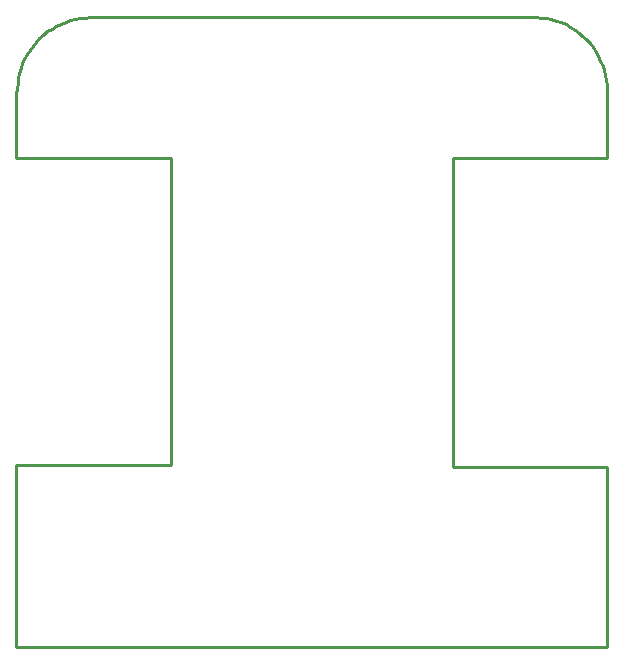
<source format=gko>
%FSTAX23Y23*%
%MOIN*%
%SFA1B1*%

%IPPOS*%
%ADD52C,0.010000*%
%LNhsmm-1*%
%LPD*%
G54D52*
X00984Y00739D02*
D01*
X00983Y00756*
X00981Y00773*
X00978Y00789*
X00974Y00806*
X00969Y00822*
X00962Y00838*
X00955Y00854*
X00946Y00868*
X00937Y00883*
X00926Y00896*
X00915Y00909*
X00902Y00921*
X00889Y00932*
X00876Y00942*
X00861Y00951*
X00846Y00959*
X0083Y00966*
X00814Y00972*
X00798Y00976*
X00781Y0098*
X00764Y00982*
X00747Y00983*
X00739Y00984*
X-00738Y00983D02*
D01*
X-00755Y00982*
X-00772Y0098*
X-00788Y00977*
X-00805Y00973*
X-00821Y00968*
X-00837Y00961*
X-00853Y00954*
X-00867Y00945*
X-00882Y00936*
X-00895Y00925*
X-00908Y00914*
X-0092Y00901*
X-00931Y00888*
X-00941Y00875*
X-0095Y0086*
X-00958Y00845*
X-00965Y00829*
X-00971Y00813*
X-00975Y00797*
X-00979Y0078*
X-00981Y00763*
X-00982Y00746*
X-00983Y00738*
X00985Y00515D02*
Y00739D01*
X-00738Y00985D02*
X00739D01*
X-00985Y00585D02*
Y00738D01*
Y00515D02*
Y00585D01*
Y00515D02*
X-0047D01*
Y-0051D02*
Y00515D01*
X-00985Y-0051D02*
X-0047D01*
X-00985Y-01115D02*
Y-0051D01*
Y-01115D02*
X00985D01*
Y-00515*
X0047D02*
X00985D01*
X0047D02*
Y00515D01*
X00985*
M02*
</source>
